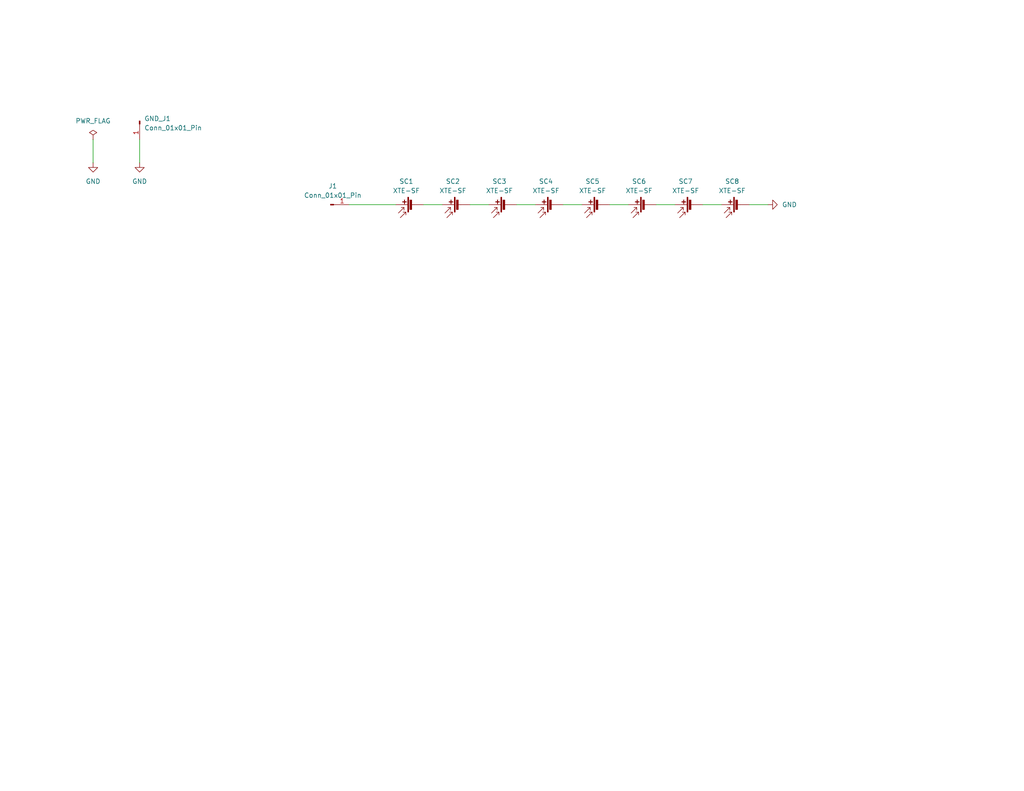
<source format=kicad_sch>
(kicad_sch (version 20250114) (generator "eeschema") (generator_version "9.0")
  (paper "A")
  (lib_symbols
    (symbol "Connector:Conn_01x01_Pin" (pin_names (offset 1.016) (hide yes))
      (property "Reference" "J" (at 0 2.54 0))
      (property "Value" "Conn_01x01_Pin" (at 0 -2.54 0))
      (symbol "Conn_01x01_Pin_1_1"
        (rectangle (start 0.8636 0.127) (end 0 -0.127) (stroke (width 0.1524)) (fill (type outline)))
        (polyline (pts (xy 1.27 0) (xy 0.8636 0)) (stroke (width 0.1524)))
        (pin passive line (at 5.08 0 180) (length 3.81) (name "Pin_1") (number "1"))
      )
    )
    (symbol "Device:XTE-SF" (pin_numbers (hide yes)) (pin_names (offset 0) (hide yes))
      (property "Reference" "SC" (at 2.54 2.54 0))
      (property "Value" "XTE-SF" (at 2.54 0 0))
      (symbol "XTE-SF_0_1"
        (polyline (pts (xy -2.032 3.048) (xy -2.032 2.286) (xy -2.794 2.286)))
        (polyline (pts (xy -2.032 2.286) (xy -3.556 3.81)))
        (rectangle (start -2.032 1.778) (end 2.032 1.524) (fill (type outline)))
        (rectangle (start -1.3208 1.1938) (end 1.27 0.6858) (fill (type outline)))
        (polyline (pts (xy -0.762 3.556) (xy -0.762 2.794) (xy -1.524 2.794)))
        (polyline (pts (xy -0.762 2.794) (xy -2.286 4.318)))
        (polyline (pts (xy 0 1.778) (xy 0 2.54)))
        (polyline (pts (xy 0 0.762) (xy 0 0)))
        (polyline (pts (xy 0.254 2.667) (xy 1.27 2.667)) (stroke (width 0.254)))
        (polyline (pts (xy 0.762 3.175) (xy 0.762 2.159)) (stroke (width 0.254)))
      )
      (symbol "XTE-SF_1_1"
        (pin passive line (at 0 5.08 270) (length 2.54) (name "+") (number "1"))
        (pin passive line (at 0 -2.54 90) (length 2.54) (name "-") (number "2"))
      )
    )
    (symbol "power:GND" (power) (pin_numbers (hide yes)) (pin_names (offset 0) (hide yes))
      (property "Value" "GND" (at 0 -3.81 0))
      (symbol "GND_0_1"
        (polyline (pts (xy 0 0) (xy 0 -1.27) (xy 1.27 -1.27) (xy 0 -2.54) (xy -1.27 -1.27) (xy 0 -1.27)))
      )
      (symbol "GND_1_1"
        (pin power_in line (at 0 0 270) (length 0) (name "~") (number "1"))
      )
    )
    (symbol "power:PWR_FLAG" (power) (pin_numbers (hide yes)) (pin_names (offset 0) (hide yes))
      (property "Value" "PWR_FLAG" (at 0 3.81 0))
      (symbol "PWR_FLAG_0_0"
        (pin power_out line (at 0 0 90) (length 0) (name "~") (number "1"))
      )
      (symbol "PWR_FLAG_0_1"
        (polyline (pts (xy 0 0) (xy 0 1.27) (xy -1.016 1.905) (xy 0 2.54) (xy 1.016 1.905) (xy 0 1.27)))
      )
    )
  )
  (wire (pts (xy 128.27 55.88) (xy 133.35 55.88)))
  (wire (pts (xy 166.37 55.88) (xy 171.45 55.88)))
  (wire (pts (xy 38.1 38.1) (xy 38.1 44.45)))
  (wire (pts (xy 153.67 55.88) (xy 158.75 55.88)))
  (wire (pts (xy 204.47 55.88) (xy 209.55 55.88)))
  (wire (pts (xy 95.25 55.88) (xy 107.95 55.88)))
  (wire (pts (xy 179.07 55.88) (xy 184.15 55.88)))
  (wire (pts (xy 140.97 55.88) (xy 146.05 55.88)))
  (wire (pts (xy 25.4 38.1) (xy 25.4 44.45)))
  (wire (pts (xy 115.57 55.88) (xy 120.65 55.88)))
  (wire (pts (xy 191.77 55.88) (xy 196.85 55.88)))
  (symbol (lib_id "Device:XTE-SF") (at 176.53 55.88 90) (unit 1)
    (property "Reference" "SC6" (at 174.371 49.53 90))
    (property "Value" "XTE-SF" (at 174.371 52.07 90))
    (property "Footprint" "solar_cells:xte-sf" (effects (hide yes)))
    (property "Datasheet" "kicad-embed://XTE-SF Data Sheet _07.27.22.pdf" (effects (hide yes)))
    (property "Description" "Single solar cell" (effects (hide yes)))
  )
  (symbol (lib_id "Device:XTE-SF") (at 163.83 55.88 90) (unit 1)
    (property "Reference" "SC5" (at 161.671 49.53 90))
    (property "Value" "XTE-SF" (at 161.671 52.07 90))
    (property "Footprint" "solar_cells:xte-sf" (effects (hide yes)))
    (property "Datasheet" "kicad-embed://XTE-SF Data Sheet _07.27.22.pdf" (effects (hide yes)))
    (property "Description" "Single solar cell" (effects (hide yes)))
  )
  (symbol (lib_id "power:GND") (at 209.55 55.88 90) (unit 1)
    (property "Reference" "#PWR02" (effects (hide yes)))
    (property "Value" "GND" (at 213.36 55.8799 90) (effects (justify right)))
    (property "Description" "Power symbol creates a global label with name \"GND\" , ground" (effects (hide yes)))
  )
  (symbol (lib_id "Connector:Conn_01x01_Pin") (at 90.17 55.88 0) (unit 1)
    (property "Reference" "J1" (at 90.805 50.8 0))
    (property "Value" "Conn_01x01_Pin" (at 90.805 53.34 0))
    (property "Footprint" "Connector_Wire:SolderWirePad_1x01_SMD_5x10mm" (effects (hide yes)))
    (property "Description" "Generic connector, single row, 01x01, script generated" (effects (hide yes)))
  )
  (symbol (lib_id "Device:XTE-SF") (at 138.43 55.88 90) (unit 1)
    (property "Reference" "SC3" (at 136.271 49.53 90))
    (property "Value" "XTE-SF" (at 136.271 52.07 90))
    (property "Footprint" "solar_cells:xte-sf" (effects (hide yes)))
    (property "Datasheet" "kicad-embed://XTE-SF Data Sheet _07.27.22.pdf" (effects (hide yes)))
    (property "Description" "Single solar cell" (effects (hide yes)))
  )
  (symbol (lib_id "power:GND") (at 25.4 44.45 0) (unit 1)
    (property "Reference" "#PWR01" (effects (hide yes)))
    (property "Value" "GND" (at 25.4 49.53 0))
    (property "Description" "Power symbol creates a global label with name \"GND\" , ground" (effects (hide yes)))
  )
  (symbol (lib_id "power:GND") (at 38.1 44.45 0) (unit 1)
    (property "Reference" "#PWR03" (effects (hide yes)))
    (property "Value" "GND" (at 38.1 49.53 0))
    (property "Description" "Power symbol creates a global label with name \"GND\" , ground" (effects (hide yes)))
  )
  (symbol (lib_id "Device:XTE-SF") (at 151.13 55.88 90) (unit 1)
    (property "Reference" "SC4" (at 148.971 49.53 90))
    (property "Value" "XTE-SF" (at 148.971 52.07 90))
    (property "Footprint" "solar_cells:xte-sf" (effects (hide yes)))
    (property "Datasheet" "kicad-embed://XTE-SF Data Sheet _07.27.22.pdf" (effects (hide yes)))
    (property "Description" "Single solar cell" (effects (hide yes)))
  )
  (symbol (lib_id "Connector:Conn_01x01_Pin") (at 38.1 33.02 270) (unit 1)
    (property "Reference" "GND_J1" (at 39.37 32.3849 90) (effects (justify left)))
    (property "Value" "Conn_01x01_Pin" (at 39.37 34.9249 90) (effects (justify left)))
    (property "Footprint" "Connector_Wire:SolderWirePad_1x01_SMD_5x10mm" (effects (hide yes)))
    (property "Description" "Generic connector, single row, 01x01, script generated" (effects (hide yes)))
  )
  (symbol (lib_id "Device:XTE-SF") (at 125.73 55.88 90) (unit 1)
    (property "Reference" "SC2" (at 123.571 49.53 90))
    (property "Value" "XTE-SF" (at 123.571 52.07 90))
    (property "Footprint" "solar_cells:xte-sf" (effects (hide yes)))
    (property "Datasheet" "kicad-embed://XTE-SF Data Sheet _07.27.22.pdf" (effects (hide yes)))
    (property "Description" "Single solar cell" (effects (hide yes)))
  )
  (symbol (lib_id "Device:XTE-SF") (at 113.03 55.88 90) (unit 1)
    (property "Reference" "SC1" (at 110.871 49.53 90))
    (property "Value" "XTE-SF" (at 110.871 52.07 90))
    (property "Footprint" "solar_cells:xte-sf" (effects (hide yes)))
    (property "Datasheet" "kicad-embed://XTE-SF Data Sheet _07.27.22.pdf" (effects (hide yes)))
    (property "Description" "Single solar cell" (effects (hide yes)))
  )
  (symbol (lib_id "Device:XTE-SF") (at 201.93 55.88 90) (unit 1)
    (property "Reference" "SC8" (at 199.771 49.53 90))
    (property "Value" "XTE-SF" (at 199.771 52.07 90))
    (property "Footprint" "solar_cells:xte-sf" (effects (hide yes)))
    (property "Datasheet" "kicad-embed://XTE-SF Data Sheet _07.27.22.pdf" (effects (hide yes)))
    (property "Description" "Single solar cell" (effects (hide yes)))
  )
  (symbol (lib_id "power:PWR_FLAG") (at 25.4 38.1 0) (unit 1)
    (property "Reference" "#FLG01" (effects (hide yes)))
    (property "Value" "PWR_FLAG" (at 25.4 33.02 0))
    (property "Description" "Special symbol for telling ERC where power comes from" (effects (hide yes)))
  )
  (symbol (lib_id "Device:XTE-SF") (at 189.23 55.88 90) (unit 1)
    (property "Reference" "SC7" (at 187.071 49.53 90))
    (property "Value" "XTE-SF" (at 187.071 52.07 90))
    (property "Footprint" "solar_cells:xte-sf" (effects (hide yes)))
    (property "Datasheet" "kicad-embed://XTE-SF Data Sheet _07.27.22.pdf" (effects (hide yes)))
    (property "Description" "Single solar cell" (effects (hide yes)))
  )
)
</source>
